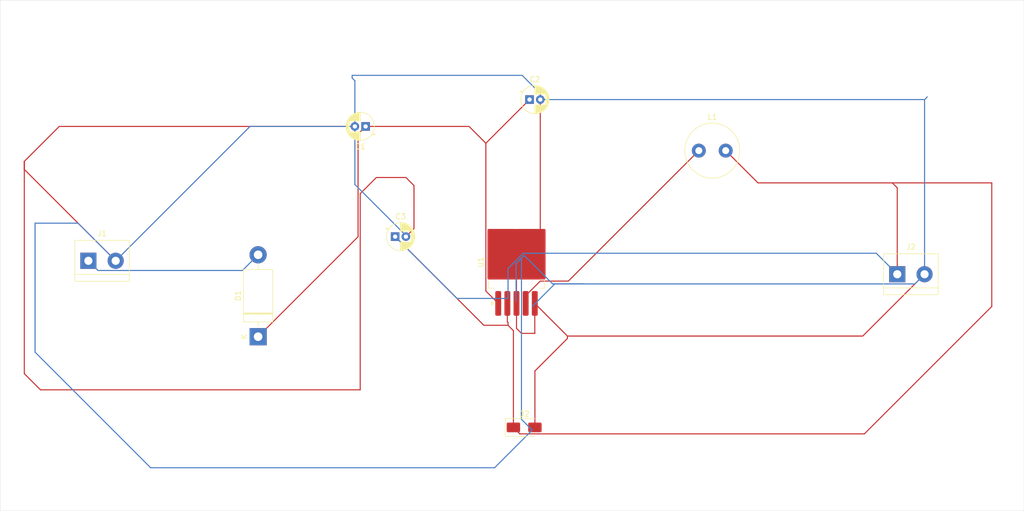
<source format=kicad_pcb>
(kicad_pcb (version 20241229) (generator "pcbnew") (generator_version "9.0")
  (layers (0 "F.Cu" signal) (2 "B.Cu" signal) (13 "F.Paste" user) (15 "B.Paste" user) (5 "F.SilkS" user "F.Silkscreen") (7 "B.SilkS" user "B.Silkscreen") (1 "F.Mask" user) (3 "B.Mask" user) (25 "Edge.Cuts" user))
  (net 0 "")
  (net 1 "GND")
  (net 2 "Net-(D1-K)")
  (net 3 "Net-(D2-K)")
  (net 4 "VDC")
  (net 5 "Net-(U1-FB)")
  (footprint "TerminalBlock:TerminalBlock_bornier-2_P5.08mm" (layer "F.Cu") (at 81.42 95)
    (property "Reference" "J1" (at 2.54 -5.08 0) (layer "F.SilkS"))
    (property "Value" "Screw_Terminal_01x02")
    (fp_line (start -2.54 -3.81) (end -2.54 3.81) (stroke (width 0.12)) (layer "F.SilkS"))
    (fp_line (start -2.54 3.81) (end 7.62 3.81) (stroke (width 0.12)) (layer "F.SilkS"))
    (fp_line (start 7.62 -3.81) (end -2.54 -3.81) (stroke (width 0.12)) (layer "F.SilkS"))
    (fp_line (start 7.62 2.54) (end -2.54 2.54) (stroke (width 0.12)) (layer "F.SilkS"))
    (fp_line (start 7.62 3.81) (end 7.62 -3.81) (stroke (width 0.12)) (layer "F.SilkS"))
    (pad "1" thru_hole rect (at 0 0) (size 3 3) (drill 1.52) (layers "*.Cu" "*.Mask") (net 4 "VDC"))
    (pad "2" thru_hole circle (at 5.08 0) (size 3 3) (drill 1.52) (layers "*.Cu" "*.Mask") (net 1 "GND"))
  )
  (footprint "Capacitor_THT:CP_Radial_D5.0mm_P2.00mm" (layer "F.Cu") (at 163.5 65)
    (property "Reference" "C2" (at 1 -3.75 0) (layer "F.SilkS"))
    (property "Value" "C")
    (fp_line (start -1.804775 -1.475) (end -1.304775 -1.475) (stroke (width 0.12)) (layer "F.SilkS"))
    (fp_line (start -1.554775 -1.725) (end -1.554775 -1.225) (stroke (width 0.12)) (layer "F.SilkS"))
    (fp_line (start 1 -2.58) (end 1 -1.04) (stroke (width 0.12)) (layer "F.SilkS"))
    (fp_line (start 1 1.04) (end 1 2.58) (stroke (width 0.12)) (layer "F.SilkS"))
    (fp_line (start 1.04 -2.58) (end 1.04 -1.04) (stroke (width 0.12)) (layer "F.SilkS"))
    (fp_line (start 1.04 1.04) (end 1.04 2.58) (stroke (width 0.12)) (layer "F.SilkS"))
    (fp_line (start 1.08 -2.579) (end 1.08 -1.04) (stroke (width 0.12)) (layer "F.SilkS"))
    (fp_line (start 1.08 1.04) (end 1.08 2.579) (stroke (width 0.12)) (layer "F.SilkS"))
    (fp_line (start 1.12 -2.578) (end 1.12 -1.04) (stroke (width 0.12)) (layer "F.SilkS"))
    (fp_line (start 1.12 1.04) (end 1.12 2.578) (stroke (width 0.12)) (layer "F.SilkS"))
    (fp_line (start 1.16 -2.576) (end 1.16 -1.04) (stroke (width 0.12)) (layer "F.SilkS"))
    (fp_line (start 1.16 1.04) (end 1.16 2.576) (stroke (width 0.12)) (layer "F.SilkS"))
    (fp_line (start 1.2 -2.573) (end 1.2 -1.04) (stroke (width 0.12)) (layer "F.SilkS"))
    (fp_line (start 1.2 1.04) (end 1.2 2.573) (stroke (width 0.12)) (layer "F.SilkS"))
    (fp_line (start 1.24 -2.569) (end 1.24 -1.04) (stroke (width 0.12)) (layer "F.SilkS"))
    (fp_line (start 1.24 1.04) (end 1.24 2.569) (stroke (width 0.12)) (layer "F.SilkS"))
    (fp_line (start 1.28 -2.565) (end 1.28 -1.04) (stroke (width 0.12)) (layer "F.SilkS"))
    (fp_line (start 1.28 1.04) (end 1.28 2.565) (stroke (width 0.12)) (layer "F.SilkS"))
    (fp_line (start 1.32 -2.561) (end 1.32 -1.04) (stroke (width 0.12)) (layer "F.SilkS"))
    (fp_line (start 1.32 1.04) (end 1.32 2.561) (stroke (width 0.12)) (layer "F.SilkS"))
    (fp_line (start 1.36 -2.556) (end 1.36 -1.04) (stroke (width 0.12)) (layer "F.SilkS"))
    (fp_line (start 1.36 1.04) (end 1.36 2.556) (stroke (width 0.12)) (layer "F.SilkS"))
    (fp_line (start 1.4 -2.55) (end 1.4 -1.04) (stroke (width 0.12)) (layer "F.SilkS"))
    (fp_line (start 1.4 1.04) (end 1.4 2.55) (stroke (width 0.12)) (layer "F.SilkS"))
    (fp_line (start 1.44 -2.543) (end 1.44 -1.04) (stroke (width 0.12)) (layer "F.SilkS"))
    (fp_line (start 1.44 1.04) (end 1.44 2.543) (stroke (width 0.12)) (layer "F.SilkS"))
    (fp_line (start 1.48 -2.536) (end 1.48 -1.04) (stroke (width 0.12)) (layer "F.SilkS"))
    (fp_line (start 1.48 1.04) (end 1.48 2.536) (stroke (width 0.12)) (layer "F.SilkS"))
    (fp_line (start 1.52 -2.528) (end 1.52 -1.04) (stroke (width 0.12)) (layer "F.SilkS"))
    (fp_line (start 1.52 1.04) (end 1.52 2.528) (stroke (width 0.12)) (layer "F.SilkS"))
    (fp_line (start 1.56 -2.52) (end 1.56 -1.04) (stroke (width 0.12)) (layer "F.SilkS"))
    (fp_line (start 1.56 1.04) (end 1.56 2.52) (stroke (width 0.12)) (layer "F.SilkS"))
    (fp_line (start 1.6 -2.511) (end 1.6 -1.04) (stroke (width 0.12)) (layer "F.SilkS"))
    (fp_line (start 1.6 1.04) (end 1.6 2.511) (stroke (width 0.12)) (layer "F.SilkS"))
    (fp_line (start 1.64 -2.501) (end 1.64 -1.04) (stroke (width 0.12)) (layer "F.SilkS"))
    (fp_line (start 1.64 1.04) (end 1.64 2.501) (stroke (width 0.12)) (layer "F.SilkS"))
    (fp_line (start 1.68 -2.491) (end 1.68 -1.04) (stroke (width 0.12)) (layer "F.SilkS"))
    (fp_line (start 1.68 1.04) (end 1.68 2.491) (stroke (width 0.12)) (layer "F.SilkS"))
    (fp_line (start 1.721 -2.48) (end 1.721 -1.04) (stroke (width 0.12)) (layer "F.SilkS"))
    (fp_line (start 1.721 1.04) (end 1.721 2.48) (stroke (width 0.12)) (layer "F.SilkS"))
    (fp_line (start 1.761 -2.468) (end 1.761 -1.04) (stroke (width 0.12)) (layer "F.SilkS"))
    (fp_line (start 1.761 1.04) (end 1.761 2.468) (stroke (width 0.12)) (layer "F.SilkS"))
    (fp_line (start 1.801 -2.455) (end 1.801 -1.04) (stroke (width 0.12)) (layer "F.SilkS"))
    (fp_line (start 1.801 1.04) (end 1.801 2.455) (stroke (width 0.12)) (layer "F.SilkS"))
    (fp_line (start 1.841 -2.442) (end 1.841 -1.04) (stroke (width 0.12)) (layer "F.SilkS"))
    (fp_line (start 1.841 1.04) (end 1.841 2.442) (stroke (width 0.12)) (layer "F.SilkS"))
    (fp_line (start 1.881 -2.428) (end 1.881 -1.04) (stroke (width 0.12)) (layer "F.SilkS"))
    (fp_line (start 1.881 1.04) (end 1.881 2.428) (stroke (width 0.12)) (layer "F.SilkS"))
    (fp_line (start 1.921 -2.414) (end 1.921 -1.04) (stroke (width 0.12)) (layer "F.SilkS"))
    (fp_line (start 1.921 1.04) (end 1.921 2.414) (stroke (width 0.12)) (layer "F.SilkS"))
    (fp_line (start 1.961 -2.398) (end 1.961 -1.04) (stroke (width 0.12)) (layer "F.SilkS"))
    (fp_line (start 1.961 1.04) (end 1.961 2.398) (stroke (width 0.12)) (layer "F.SilkS"))
    (fp_line (start 2.001 -2.382) (end 2.001 -1.04) (stroke (width 0.12)) (layer "F.SilkS"))
    (fp_line (start 2.001 1.04) (end 2.001 2.382) (stroke (width 0.12)) (layer "F.SilkS"))
    (fp_line (start 2.041 -2.365) (end 2.041 -1.04) (stroke (width 0.12)) (layer "F.SilkS"))
    (fp_line (start 2.041 1.04) (end 2.041 2.365) (stroke (width 0.12)) (layer "F.SilkS"))
    (fp_line (start 2.081 -2.348) (end 2.081 -1.04) (stroke (width 0.12)) (layer "F.SilkS"))
    (fp_line (start 2.081 1.04) (end 2.081 2.348) (stroke (width 0.12)) (layer "F.SilkS"))
    (fp_line (start 2.121 -2.329) (end 2.121 -1.04) (stroke (width 0.12)) (layer "F.SilkS"))
    (fp_line (start 2.121 1.04) (end 2.121 2.329) (stroke (width 0.12)) (layer "F.SilkS"))
    (fp_line (start 2.161 -2.31) (end 2.161 -1.04) (stroke (width 0.12)) (layer "F.SilkS"))
    (fp_line (start 2.161 1.04) (end 2.161 2.31) (stroke (width 0.12)) (layer "F.SilkS"))
    (fp_line (start 2.201 -2.29) (end 2.201 -1.04) (stroke (width 0.12)) (layer "F.SilkS"))
    (fp_line (start 2.201 1.04) (end 2.201 2.29) (stroke (width 0.12)) (layer "F.SilkS"))
    (fp_line (start 2.241 -2.268) (end 2.241 -1.04) (stroke (width 0.12)) (layer "F.SilkS"))
    (fp_line (start 2.241 1.04) (end 2.241 2.268) (stroke (width 0.12)) (layer "F.SilkS"))
    (fp_line (start 2.281 -2.247) (end 2.281 -1.04) (stroke (width 0.12)) (layer "F.SilkS"))
    (fp_line (start 2.281 1.04) (end 2.281 2.247) (stroke (width 0.12)) (layer "F.SilkS"))
    (fp_line (start 2.321 -2.224) (end 2.321 -1.04) (stroke (width 0.12)) (layer "F.SilkS"))
    (fp_line (start 2.321 1.04) (end 2.321 2.224) (stroke (width 0.12)) (layer "F.SilkS"))
    (fp_line (start 2.361 -2.2) (end 2.361 -1.04) (stroke (width 0.12)) (layer "F.SilkS"))
    (fp_line (start 2.361 1.04) (end 2.361 2.2) (stroke (width 0.12)) (layer "F.SilkS"))
    (fp_line (start 2.401 -2.175) (end 2.401 -1.04) (stroke (width 0.12)) (layer "F.SilkS"))
    (fp_line (start 2.401 1.04) (end 2.401 2.175) (stroke (width 0.12)) (layer "F.SilkS"))
    (fp_line (start 2.441 -2.149) (end 2.441 -1.04) (stroke (width 0.12)) (layer "F.SilkS"))
    (fp_line (start 2.441 1.04) (end 2.441 2.149) (stroke (width 0.12)) (layer "F.SilkS"))
    (fp_line (start 2.481 -2.122) (end 2.481 -1.04) (stroke (width 0.12)) (layer "F.SilkS"))
    (fp_line (start 2.481 1.04) (end 2.481 2.122) (stroke (width 0.12)) (layer "F.SilkS"))
    (fp_line (start 2.521 -2.095) (end 2.521 -1.04) (stroke (width 0.12)) (layer "F.SilkS"))
    (fp_line (start 2.521 1.04) (end 2.521 2.095) (stroke (width 0.12)) (layer "F.SilkS"))
    (fp_line (start 2.561 -2.065) (end 2.561 -1.04) (stroke (width 0.12)) (layer "F.SilkS"))
    (fp_line (start 2.561 1.04) (end 2.561 2.065) (stroke (width 0.12)) (layer "F.SilkS"))
    (fp_line (start 2.601 -2.035) (end 2.601 -1.04) (stroke (width 0.12)) (layer "F.SilkS"))
    (fp_line (start 2.601 1.04) (end 2.601 2.035) (stroke (width 0.12)) (layer "F.SilkS"))
    (fp_line (start 2.641 -2.004) (end 2.641 -1.04) (stroke (width 0.12)) (layer "F.SilkS"))
    (fp_line (start 2.641 1.04) (end 2.641 2.004) (stroke (width 0.12)) (layer "F.SilkS"))
    (fp_line (start 2.681 -1.971) (end 2.681 -1.04) (stroke (width 0.12)) (layer "F.SilkS"))
    (fp_line (start 2.681 1.04) (end 2.681 1.971) (stroke (width 0.12)) (layer "F.SilkS"))
    (fp_line (start 2.721 -1.937) (end 2.721 -1.04) (stroke (width 0.12)) (layer "F.SilkS"))
    (fp_line (start 2.721 1.04) (end 2.721 1.937) (stroke (width 0.12)) (layer "F.SilkS"))
    (fp_line (start 2.761 -1.901) (end 2.761 -1.04) (stroke (width 0.12)) (layer "F.SilkS"))
    (fp_line (start 2.761 1.04) (end 2.761 1.901) (stroke (width 0.12)) (layer "F.SilkS"))
    (fp_line (start 2.801 -1.864) (end 2.801 -1.04) (stroke (width 0.12)) (layer "F.SilkS"))
    (fp_line (start 2.801 1.04) (end 2.801 1.864) (stroke (width 0.12)) (layer "F.SilkS"))
    (fp_line (start 2.841 -1.826) (end 2.841 -1.04) (stroke (width 0.12)) (layer "F.SilkS"))
    (fp_line (start 2.841 1.04) (end 2.841 1.826) (stroke (width 0.12)) (layer "F.SilkS"))
    (fp_line (start 2.881 -1.785) (end 2.881 -1.04) (stroke (width 0.12)) (layer "F.SilkS"))
    (fp_line (start 2.881 1.04) (end 2.881 1.785) (stroke (width 0.12)) (layer "F.SilkS"))
    (fp_line (start 2.921 -1.743) (end 2.921 -1.04) (stroke (width 0.12)) (layer "F.SilkS"))
    (fp_line (start 2.921 1.04) (end 2.921 1.743) (stroke (width 0.12)) (layer "F.SilkS"))
    (fp_line (start 2.961 -1.699) (end 2.961 -1.04) (stroke (width 0.12)) (layer "F.SilkS"))
    (fp_line (start 2.961 1.04) (end 2.961 1.699) (stroke (width 0.12)) (layer "F.SilkS"))
    (fp_line (start 3.001 -1.653) (end 3.001 -1.04) (stroke (width 0.12)) (layer "F.SilkS"))
    (fp_line (start 3.001 1.04) (end 3.001 1.653) (stroke (width 0.12)) (layer "F.SilkS"))
    (fp_line (start 3.041 -1.605) (end 3.041 1.605) (stroke (width 0.12)) (layer "F.SilkS"))
    (fp_line (start 3.081 -1.554) (end 3.081 1.554) (stroke (width 0.12)) (layer "F.SilkS"))
    (fp_line (start 3.121 -1.5) (end 3.121 1.5) (stroke (width 0.12)) (layer "F.SilkS"))
    (fp_line (start 3.161 -1.443) (end 3.161 1.443) (stroke (width 0.12)) (layer "F.SilkS"))
    (fp_line (start 3.201 -1.383) (end 3.201 1.383) (stroke (width 0.12)) (layer "F.SilkS"))
    (fp_line (start 3.241 -1.319) (end 3.241 1.319) (stroke (width 0.12)) (layer "F.SilkS"))
    (fp_line (start 3.281 -1.251) (end 3.281 1.251) (stroke (width 0.12)) (layer "F.SilkS"))
    (fp_line (start 3.321 -1.178) (end 3.321 1.178) (stroke (width 0.12)) (layer "F.SilkS"))
    (fp_line (start 3.361 -1.098) (end 3.361 1.098) (stroke (width 0.12)) (layer "F.SilkS"))
    (fp_line (start 3.401 -1.011) (end 3.401 1.011) (stroke (width 0.12)) (layer "F.SilkS"))
    (fp_line (start 3.441 -0.915) (end 3.441 0.915) (stroke (width 0.12)) (layer "F.SilkS"))
    (fp_line (start 3.481 -0.805) (end 3.481 0.805) (stroke (width 0.12)) (layer "F.SilkS"))
    (fp_line (start 3.521 -0.677) (end 3.521 0.677) (stroke (width 0.12)) (layer "F.SilkS"))
    (fp_line (start 3.561 -0.518) (end 3.561 0.518) (stroke (width 0.12)) (layer "F.SilkS"))
    (fp_line (start 3.601 -0.284) (end 3.601 0.284) (stroke (width 0.12)) (layer "F.SilkS"))
    (fp_circle (center 1 0) (end 3.62 0) (stroke (width 0.12)) (fill no) (layer "F.SilkS"))
    (pad "1" thru_hole rect (at 0 0) (size 1.6 1.6) (drill 0.8) (layers "*.Cu" "*.Mask") (net 2 "Net-(D1-K)"))
    (pad "2" thru_hole circle (at 2 0) (size 1.6 1.6) (drill 0.8) (layers "*.Cu" "*.Mask") (net 1 "GND"))
  )
  (footprint "Inductor_THT:L_Radial_D10.0mm_P5.00mm_Fastron_07M" (layer "F.Cu") (at 195 74.5)
    (property "Reference" "L1" (at 2.5 -6.25 0) (layer "F.SilkS"))
    (property "Value" "L")
    (fp_circle (center 2.5 0) (end 7.62 0) (stroke (width 0.12)) (fill no) (layer "F.SilkS"))
    (pad "1" thru_hole circle (at 0 0) (size 2.6 2.6) (drill 1.3) (layers "*.Cu" "*.Mask") (net 5 "Net-(U1-FB)"))
    (pad "2" thru_hole circle (at 5 0) (size 2.6 2.6) (drill 1.3) (layers "*.Cu" "*.Mask") (net 3 "Net-(D2-K)"))
  )
  (footprint "Diode_THT:D_DO-201AD_P15.24mm_Horizontal" (layer "F.Cu") (at 113 109.12 90)
    (property "Reference" "D1" (at 7.62 -3.72 90) (layer "F.SilkS"))
    (property "Value" "D")
    (fp_line (start 12.49 -2.72) (end 2.75 -2.72) (stroke (width 0.12)) (layer "F.SilkS"))
    (fp_line (start 4.415 -2.72) (end 4.415 2.72) (stroke (width 0.12)) (layer "F.SilkS"))
    (fp_line (start 4.295 -2.72) (end 4.295 2.72) (stroke (width 0.12)) (layer "F.SilkS"))
    (fp_line (start 4.175 -2.72) (end 4.175 2.72) (stroke (width 0.12)) (layer "F.SilkS"))
    (fp_line (start 2.75 -2.72) (end 2.75 2.72) (stroke (width 0.12)) (layer "F.SilkS"))
    (fp_line (start 13.4 0) (end 12.49 0) (stroke (width 0.12)) (layer "F.SilkS"))
    (fp_line (start 1.84 0) (end 2.75 0) (stroke (width 0.12)) (layer "F.SilkS"))
    (fp_line (start 12.49 2.72) (end 12.49 -2.72) (stroke (width 0.12)) (layer "F.SilkS"))
    (fp_line (start 2.75 2.72) (end 12.49 2.72) (stroke (width 0.12)) (layer "F.SilkS"))
    (fp_text user "K" (at 0 -2.6 90) (layer "F.SilkS"))
    (pad "1" thru_hole rect (at 0 0 90) (size 3.2 3.2) (drill 1.6) (layers "*.Cu" "*.Mask") (net 2 "Net-(D1-K)"))
    (pad "2" thru_hole oval (at 15.24 0 90) (size 3.2 3.2) (drill 1.6) (layers "*.Cu" "*.Mask") (net 4 "VDC"))
  )
  (footprint "Capacitor_THT:CP_Radial_D5.0mm_P2.00mm" (layer "F.Cu") (at 133 70 180)
    (property "Reference" "C1" (at 1 -3.75 0) (layer "F.SilkS"))
    (property "Value" "C")
    (fp_line (start 3.601 -0.284) (end 3.601 0.284) (stroke (width 0.12)) (layer "F.SilkS"))
    (fp_line (start 3.561 -0.518) (end 3.561 0.518) (stroke (width 0.12)) (layer "F.SilkS"))
    (fp_line (start 3.521 -0.677) (end 3.521 0.677) (stroke (width 0.12)) (layer "F.SilkS"))
    (fp_line (start 3.481 -0.805) (end 3.481 0.805) (stroke (width 0.12)) (layer "F.SilkS"))
    (fp_line (start 3.441 -0.915) (end 3.441 0.915) (stroke (width 0.12)) (layer "F.SilkS"))
    (fp_line (start 3.401 -1.011) (end 3.401 1.011) (stroke (width 0.12)) (layer "F.SilkS"))
    (fp_line (start 3.361 -1.098) (end 3.361 1.098) (stroke (width 0.12)) (layer "F.SilkS"))
    (fp_line (start 3.321 -1.178) (end 3.321 1.178) (stroke (width 0.12)) (layer "F.SilkS"))
    (fp_line (start 3.281 -1.251) (end 3.281 1.251) (stroke (width 0.12)) (layer "F.SilkS"))
    (fp_line (start 3.241 -1.319) (end 3.241 1.319) (stroke (width 0.12)) (layer "F.SilkS"))
    (fp_line (start 3.201 -1.383) (end 3.201 1.383) (stroke (width 0.12)) (layer "F.SilkS"))
    (fp_line (start 3.161 -1.443) (end 3.161 1.443) (stroke (width 0.12)) (layer "F.SilkS"))
    (fp_line (start 3.121 -1.5) (end 3.121 1.5) (stroke (width 0.12)) (layer "F.SilkS"))
    (fp_line (start 3.081 -1.554) (end 3.081 1.554) (stroke (width 0.12)) (layer "F.SilkS"))
    (fp_line (start 3.041 -1.605) (end 3.041 1.605) (stroke (width 0.12)) (layer "F.SilkS"))
    (fp_line (start 3.001 1.04) (end 3.001 1.653) (stroke (width 0.12)) (layer "F.SilkS"))
    (fp_line (start 3.001 -1.653) (end 3.001 -1.04) (stroke (width 0.12)) (layer "F.SilkS"))
    (fp_line (start 2.961 1.04) (end 2.961 1.699) (stroke (width 0.12)) (layer "F.SilkS"))
    (fp_line (start 2.961 -1.699) (end 2.961 -1.04) (stroke (width 0.12)) (layer "F.SilkS"))
    (fp_line (start 2.921 1.04) (end 2.921 1.743) (stroke (width 0.12)) (layer "F.SilkS"))
    (fp_line (start 2.921 -1.743) (end 2.921 -1.04) (stroke (width 0.12)) (layer "F.SilkS"))
    (fp_line (start 2.881 1.04) (end 2.881 1.785) (stroke (width 0.12)) (layer "F.SilkS"))
    (fp_line (start 2.881 -1.785) (end 2.881 -1.04) (stroke (width 0.12)) (layer "F.SilkS"))
    (fp_line (start 2.841 1.04) (end 2.841 1.826) (stroke (width 0.12)) (layer "F.SilkS"))
    (fp_line (start 2.841 -1.826) (end 2.841 -1.04) (stroke (width 0.12)) (layer "F.SilkS"))
    (fp_line (start 2.801 1.04) (end 2.801 1.864) (stroke (width 0.12)) (layer "F.SilkS"))
    (fp_line (start 2.801 -1.864) (end 2.801 -1.04) (stroke (width 0.12)) (layer "F.SilkS"))
    (fp_line (start 2.761 1.04) (end 2.761 1.901) (stroke (width 0.12)) (layer "F.SilkS"))
    (fp_line (start 2.761 -1.901) (end 2.761 -1.04) (stroke (width 0.12)) (layer "F.SilkS"))
    (fp_line (start 2.721 1.04) (end 2.721 1.937) (stroke (width 0.12)) (layer "F.SilkS"))
    (fp_line (start 2.721 -1.937) (end 2.721 -1.04) (stroke (width 0.12)) (layer "F.SilkS"))
    (fp_line (start 2.681 1.04) (end 2.681 1.971) (stroke (width 0.12)) (layer "F.SilkS"))
    (fp_line (start 2.681 -1.971) (end 2.681 -1.04) (stroke (width 0.12)) (layer "F.SilkS"))
    (fp_line (start 2.641 1.04) (end 2.641 2.004) (stroke (width 0.12)) (layer "F.SilkS"))
    (fp_line (start 2.641 -2.004) (end 2.641 -1.04) (stroke (width 0.12)) (layer "F.SilkS"))
    (fp_line (start 2.601 1.04) (end 2.601 2.035) (stroke (width 0.12)) (layer "F.SilkS"))
    (fp_line (start 2.601 -2.035) (end 2.601 -1.04) (stroke (width 0.12)) (layer "F.SilkS"))
    (fp_line (start 2.561 1.04) (end 2.561 2.065) (stroke (width 0.12)) (layer "F.SilkS"))
    (fp_line (start 2.561 -2.065) (end 2.561 -1.04) (stroke (width 0.12)) (layer "F.SilkS"))
    (fp_line (start 2.521 1.04) (end 2.521 2.095) (stroke (width 0.12)) (layer "F.SilkS"))
    (fp_line (start 2.521 -2.095) (end 2.521 -1.04) (stroke (width 0.12)) (layer "F.SilkS"))
    (fp_line (start 2.481 1.04) (end 2.481 2.122) (stroke (width 0.12)) (layer "F.SilkS"))
    (fp_line (start 2.481 -2.122) (end 2.481 -1.04) (stroke (width 0.12)) (layer "F.SilkS"))
    (fp_line (start 2.441 1.04) (end 2.441 2.149) (stroke (width 0.12)) (layer "F.SilkS"))
    (fp_line (start 2.441 -2.149) (end 2.441 -1.04) (stroke (width 0.12)) (layer "F.SilkS"))
    (fp_line (start 2.401 1.04) (end 2.401 2.175) (stroke (width 0.12)) (layer "F.SilkS"))
    (fp_line (start 2.401 -2.175) (end 2.401 -1.04) (stroke (width 0.12)) (layer "F.SilkS"))
    (fp_line (start 2.361 1.04) (end 2.361 2.2) (stroke (width 0.12)) (layer "F.SilkS"))
    (fp_line (start 2.361 -2.2) (end 2.361 -1.04) (stroke (width 0.12)) (layer "F.SilkS"))
    (fp_line (start 2.321 1.04) (end 2.321 2.224) (stroke (width 0.12)) (layer "F.SilkS"))
    (fp_line (start 2.321 -2.224) (end 2.321 -1.04) (stroke (width 0.12)) (layer "F.SilkS"))
    (fp_line (start 2.281 1.04) (end 2.281 2.247) (stroke (width 0.12)) (layer "F.SilkS"))
    (fp_line (start 2.281 -2.247) (end 2.281 -1.04) (stroke (width 0.12)) (layer "F.SilkS"))
    (fp_line (start 2.241 1.04) (end 2.241 2.268) (stroke (width 0.12)) (layer "F.SilkS"))
    (fp_line (start 2.241 -2.268) (end 2.241 -1.04) (stroke (width 0.12)) (layer "F.SilkS"))
    (fp_line (start 2.201 1.04) (end 2.201 2.29) (stroke (width 0.12)) (layer "F.SilkS"))
    (fp_line (start 2.201 -2.29) (end 2.201 -1.04) (stroke (width 0.12)) (layer "F.SilkS"))
    (fp_line (start 2.161 1.04) (end 2.161 2.31) (stroke (width 0.12)) (layer "F.SilkS"))
    (fp_line (start 2.161 -2.31) (end 2.161 -1.04) (stroke (width 0.12)) (layer "F.SilkS"))
    (fp_line (start 2.121 1.04) (end 2.121 2.329) (stroke (width 0.12)) (layer "F.SilkS"))
    (fp_line (start 2.121 -2.329) (end 2.121 -1.04) (stroke (width 0.12)) (layer "F.SilkS"))
    (fp_line (start 2.081 1.04) (end 2.081 2.348) (stroke (width 0.12)) (layer "F.SilkS"))
    (fp_line (start 2.081 -2.348) (end 2.081 -1.04) (stroke (width 0.12)) (layer "F.SilkS"))
    (fp_line (start 2.041 1.04) (end 2.041 2.365) (stroke (width 0.12)) (layer "F.SilkS"))
    (fp_line (start 2.041 -2.365) (end 2.041 -1.04) (stroke (width 0.12)) (layer "F.SilkS"))
    (fp_line (start 2.001 1.04) (end 2.001 2.382) (stroke (width 0.12)) (layer "F.SilkS"))
    (fp_line (start 2.001 -2.382) (end 2.001 -1.04) (stroke (width 0.12)) (layer "F.SilkS"))
    (fp_line (start 1.961 1.04) (end 1.961 2.398) (stroke (width 0.12)) (layer "F.SilkS"))
    (fp_line (start 1.961 -2.398) (end 1.961 -1.04) (stroke (width 0.12)) (layer "F.SilkS"))
    (fp_line (start 1.921 1.04) (end 1.921 2.414) (stroke (width 0.12)) (layer "F.SilkS"))
    (fp_line (start 1.921 -2.414) (end 1.921 -1.04) (stroke (width 0.12)) (layer "F.SilkS"))
    (fp_line (start 1.881 1.04) (end 1.881 2.428) (stroke (width 0.12)) (layer "F.SilkS"))
    (fp_line (start 1.881 -2.428) (end 1.881 -1.04) (stroke (width 0.12)) (layer "F.SilkS"))
    (fp_line (start 1.841 1.04) (end 1.841 2.442) (stroke (width 0.12)) (layer "F.SilkS"))
    (fp_line (start 1.841 -2.442) (end 1.841 -1.04) (stroke (width 0.12)) (layer "F.SilkS"))
    (fp_line (start 1.801 1.04) (end 1.801 2.455) (stroke (width 0.12)) (layer "F.SilkS"))
    (fp_line (start 1.801 -2.455) (end 1.801 -1.04) (stroke (width 0.12)) (layer "F.SilkS"))
    (fp_line (start 1.761 1.04) (end 1.761 2.468) (stroke (width 0.12)) (layer "F.SilkS"))
    (fp_line (start 1.761 -2.468) (end 1.761 -1.04) (stroke (width 0.12)) (layer "F.SilkS"))
    (fp_line (start 1.721 1.04) (end 1.721 2.48) (stroke (width 0.12)) (layer "F.SilkS"))
    (fp_line (start 1.721 -2.48) (end 1.721 -1.04) (stroke (width 0.12)) (layer "F.SilkS"))
    (fp_line (start 1.68 1.04) (end 1.68 2.491) (stroke (width 0.12)) (layer "F.SilkS"))
    (fp_line (start 1.68 -2.491) (end 1.68 -1.04) (stroke (width 0.12)) (layer "F.SilkS"))
    (fp_line (start 1.64 1.04) (end 1.64 2.501) (stroke (width 0.12)) (layer "F.SilkS"))
    (fp_line (start 1.64 -2.501) (end 1.64 -1.04) (stroke (width 0.12)) (layer "F.SilkS"))
    (fp_line (start 1.6 1.04) (end 1.6 2.511) (stroke (width 0.12)) (layer "F.SilkS"))
    (fp_line (start 1.6 -2.511) (end 1.6 -1.04) (stroke (width 0.12)) (layer "F.SilkS"))
    (fp_line (start 1.56 1.04) (end 1.56 2.52) (stroke (width 0.12)) (layer "F.SilkS"))
    (fp_line (start 1.56 -2.52) (end 1.56 -1.04) (stroke (width 0.12)) (layer "F.SilkS"))
    (fp_line (start 1.52 1.04) (end 1.52 2.528) (stroke (width 0.12)) (layer "F.SilkS"))
    (fp_line (start 1.52 -2.528) (end 1.52 -1.04) (stroke (width 0.12)) (layer "F.SilkS"))
    (fp_line (start 1.48 1.04) (end 1.48 2.536) (stroke (width 0.12)) (layer "F.SilkS"))
    (fp_line (start 1.48 -2.536) (end 1.48 -1.04) (stroke (width 0.12)) (layer "F.SilkS"))
    (fp_line (start 1.44 1.04) (end 1.44 2.543) (stroke (width 0.12)) (layer "F.SilkS"))
    (fp_line (start 1.44 -2.543) (end 1.44 -1.04) (stroke (width 0.12)) (layer "F.SilkS"))
    (fp_line (start 1.4 1.04) (end 1.4 2.55) (stroke (width 0.12)) (layer "F.SilkS"))
    (fp_line (start 1.4 -2.55) (end 1.4 -1.04) (stroke (width 0.12)) (layer "F.SilkS"))
    (fp_line (start 1.36 1.04) (end 1.36 2.556) (stroke (width 0.12)) (layer "F.SilkS"))
    (fp_line (start 1.36 -2.556) (end 1.36 -1.04) (stroke (width 0.12)) (layer "F.SilkS"))
    (fp_line (start 1.32 1.04) (end 1.32 2.561) (stroke (width 0.12)) (layer "F.SilkS"))
    (fp_line (start 1.32 -2.561) (end 1.32 -1.04) (stroke (width 0.12)) (layer "F.SilkS"))
    (fp_line (start 1.28 1.04) (end 1.28 2.565) (stroke (width 0.12)) (layer "F.SilkS"))
    (fp_line (start 1.28 -2.565) (end 1.28 -1.04) (stroke (width 0.12)) (layer "F.SilkS"))
    (fp_line (start 1.24 1.04) (end 1.24 2.569) (stroke (width 0.12)) (layer "F.SilkS"))
    (fp_line (start 1.24 -2.569) (end 1.24 -1.04) (stroke (width 0.12)) (layer "F.SilkS"))
    (fp_line (start 1.2 1.04) (end 1.2 2.573) (stroke (width 0.12)) (layer "F.SilkS"))
    (fp_line (start 1.2 -2.573) (end 1.2 -1.04) (stroke (width 0.12)) (layer "F.SilkS"))
    (fp_line (start 1.16 1.04) (end 1.16 2.576) (stroke (width 0.12)) (layer "F.SilkS"))
    (fp_line (start 1.16 -2.576) (end 1.16 -1.04) (stroke (width 0.12)) (layer "F.SilkS"))
    (fp_line (start 1.12 1.04) (end 1.12 2.578) (stroke (width 0.12)) (layer "F.SilkS"))
    (fp_line (start 1.12 -2.578) (end 1.12 -1.04) (stroke (width 0.12)) (layer "F.SilkS"))
    (fp_line (start 1.08 1.04) (end 1.08 2.579) (stroke (width 0.12)) (layer "F.SilkS"))
    (fp_line (start 1.08 -2.579) (end 1.08 -1.04) (stroke (width 0.12)) (layer "F.SilkS"))
    (fp_line (start 1.04 1.04) (end 1.04 2.58) (stroke (width 0.12)) (layer "F.SilkS"))
    (fp_line (start 1.04 -2.58) (end 1.04 -1.04) (stroke (width 0.12)) (layer "F.SilkS"))
    (fp_line (start 1 1.04) (end 1 2.58) (stroke (width 0.12)) (layer "F.SilkS"))
    (fp_line (start 1 -2.58) (end 1 -1.04) (stroke (width 0.12)) (layer "F.SilkS"))
    (fp_line (start -1.554775 -1.725) (end -1.554775 -1.225) (stroke (width 0.12)) (layer "F.SilkS"))
    (fp_line (start -1.804775 -1.475) (end -1.304775 -1.475) (stroke (width 0.12)) (layer "F.SilkS"))
    (fp_circle (center 1 0) (end 3.62 0) (stroke (width 0.12)) (fill no) (layer "F.SilkS"))
    (pad "1" thru_hole rect (at 0 0 180) (size 1.6 1.6) (drill 0.8) (layers "*.Cu" "*.Mask") (net 2 "Net-(D1-K)"))
    (pad "2" thru_hole circle (at 2 0 180) (size 1.6 1.6) (drill 0.8) (layers "*.Cu" "*.Mask") (net 1 "GND"))
  )
  (footprint "Package_TO_SOT_SMD:TO-263-5_TabPin3" (layer "F.Cu") (at 161.075 95.275 90)
    (property "Reference" "U1" (at 0 -6.65 90) (layer "F.SilkS"))
    (property "Value" "LM2596S-5")
    (fp_line (start -3.46 -5.2) (end -4.825 -5.2) (stroke (width 0.12)) (layer "F.SilkS"))
    (fp_line (start -4.825 -5.2) (end -4.825 -4.25) (stroke (width 0.12)) (layer "F.SilkS"))
    (fp_line (start -3.46 5.2) (end -4.825 5.2) (stroke (width 0.12)) (layer "F.SilkS"))
    (fp_line (start -4.825 5.2) (end -4.825 4.25) (stroke (width 0.12)) (layer "F.SilkS"))
    (fp_poly (pts (xy -7.65 -4.21) (xy -7.99 -4.68) (xy -7.31 -4.68) (xy -7.65 -4.21)) (stroke (width 0.12)) (fill yes) (layer "F.SilkS"))
    (pad "1" smd roundrect (at -7.65 -3.4 90) (size 4.6 1.1) (layers "F.Cu" "F.Mask" "F.Paste") (roundrect_rratio 0.227273) (net 2 "Net-(D1-K)"))
    (pad "2" smd roundrect (at -7.65 -1.7 90) (size 4.6 1.1) (layers "F.Cu" "F.Mask" "F.Paste") (roundrect_rratio 0.227273) (net 3 "Net-(D2-K)"))
    (pad "3" smd roundrect (at -7.65 0 90) (size 4.6 1.1) (layers "F.Cu" "F.Mask" "F.Paste") (roundrect_rratio 0.227273) (net 1 "GND"))
    (pad "3" smd roundrect (at -0.925 -2.775 90) (size 4.55 5.25) (layers "F.Cu" "F.Paste") (roundrect_rratio 0.054945) (net 1 "GND"))
    (pad "3" smd roundrect (at -0.925 2.775 90) (size 4.55 5.25) (layers "F.Cu" "F.Paste") (roundrect_rratio 0.054945) (net 1 "GND"))
    (pad "3" smd roundrect (at 1.5 0 90) (size 9.4 10.8) (layers "F.Cu" "F.Mask") (roundrect_rratio 0.026596) (net 1 "GND"))
    (pad "3" smd roundrect (at 3.925 -2.775 90) (size 4.55 5.25) (layers "F.Cu" "F.Paste") (roundrect_rratio 0.054945) (net 1 "GND"))
    (pad "3" smd roundrect (at 3.925 2.775 90) (size 4.55 5.25) (layers "F.Cu" "F.Paste") (roundrect_rratio 0.054945) (net 1 "GND"))
    (pad "4" smd roundrect (at -7.65 1.7 90) (size 4.6 1.1) (layers "F.Cu" "F.Mask" "F.Paste") (roundrect_rratio 0.227273) (net 5 "Net-(U1-FB)"))
    (pad "5" smd roundrect (at -7.65 3.4 90) (size 4.6 1.1) (layers "F.Cu" "F.Mask" "F.Paste") (roundrect_rratio 0.227273) (net 1 "GND"))
  )
  (footprint "Diode_SMD:D_SMA" (layer "F.Cu") (at 162.5 126)
    (property "Reference" "D2" (at 0 -2.5 0) (layer "F.SilkS"))
    (property "Value" "SS34")
    (fp_line (start -3.51 -1.65) (end -3.51 1.65) (stroke (width 0.12)) (layer "F.SilkS"))
    (fp_line (start -3.51 -1.65) (end 2 -1.65) (stroke (width 0.12)) (layer "F.SilkS"))
    (fp_line (start -3.51 1.65) (end 2 1.65) (stroke (width 0.12)) (layer "F.SilkS"))
    (pad "1" smd roundrect (at -2 0) (size 2.5 1.8) (layers "F.Cu" "F.Mask" "F.Paste") (roundrect_rratio 0.1388888889) (net 3 "Net-(D2-K)"))
    (pad "2" smd roundrect (at 2 0) (size 2.5 1.8) (layers "F.Cu" "F.Mask" "F.Paste") (roundrect_rratio 0.1388888889) (net 1 "GND"))
  )
  (footprint "TerminalBlock:TerminalBlock_bornier-2_P5.08mm" (layer "F.Cu") (at 231.92 97.5)
    (property "Reference" "J2" (at 2.54 -5.08 0) (layer "F.SilkS"))
    (property "Value" "Screw_Terminal_01x02")
    (fp_line (start -2.54 -3.81) (end -2.54 3.81) (stroke (width 0.12)) (layer "F.SilkS"))
    (fp_line (start -2.54 3.81) (end 7.62 3.81) (stroke (width 0.12)) (layer "F.SilkS"))
    (fp_line (start 7.62 -3.81) (end -2.54 -3.81) (stroke (width 0.12)) (layer "F.SilkS"))
    (fp_line (start 7.62 2.54) (end -2.54 2.54) (stroke (width 0.12)) (layer "F.SilkS"))
    (fp_line (start 7.62 3.81) (end 7.62 -3.81) (stroke (width 0.12)) (layer "F.SilkS"))
    (pad "1" thru_hole rect (at 0 0) (size 3 3) (drill 1.52) (layers "*.Cu" "*.Mask") (net 3 "Net-(D2-K)"))
    (pad "2" thru_hole circle (at 5.08 0) (size 3 3) (drill 1.52) (layers "*.Cu" "*.Mask") (net 1 "GND"))
  )
  (footprint "Capacitor_THT:CP_Radial_D5.0mm_P2.00mm" (layer "F.Cu") (at 138.5 90.5)
    (property "Reference" "C3" (at 1 -3.75 0) (layer "F.SilkS"))
    (property "Value" "C")
    (fp_line (start -1.804775 -1.475) (end -1.304775 -1.475) (stroke (width 0.12)) (layer "F.SilkS"))
    (fp_line (start -1.554775 -1.725) (end -1.554775 -1.225) (stroke (width 0.12)) (layer "F.SilkS"))
    (fp_line (start 1 -2.58) (end 1 -1.04) (stroke (width 0.12)) (layer "F.SilkS"))
    (fp_line (start 1 1.04) (end 1 2.58) (stroke (width 0.12)) (layer "F.SilkS"))
    (fp_line (start 1.04 -2.58) (end 1.04 -1.04) (stroke (width 0.12)) (layer "F.SilkS"))
    (fp_line (start 1.04 1.04) (end 1.04 2.58) (stroke (width 0.12)) (layer "F.SilkS"))
    (fp_line (start 1.08 -2.579) (end 1.08 -1.04) (stroke (width 0.12)) (layer "F.SilkS"))
    (fp_line (start 1.08 1.04) (end 1.08 2.579) (stroke (width 0.12)) (layer "F.SilkS"))
    (fp_line (start 1.12 -2.578) (end 1.12 -1.04) (stroke (width 0.12)) (layer "F.SilkS"))
    (fp_line (start 1.12 1.04) (end 1.12 2.578) (stroke (width 0.12)) (layer "F.SilkS"))
    (fp_line (start 1.16 -2.576) (end 1.16 -1.04) (stroke (width 0.12)) (layer "F.SilkS"))
    (fp_line (start 1.16 1.04) (end 1.16 2.576) (stroke (width 0.12)) (layer "F.SilkS"))
    (fp_line (start 1.2 -2.573) (end 1.2 -1.04) (stroke (width 0.12)) (layer "F.SilkS"))
    (fp_line (start 1.2 1.04) (end 1.2 2.573) (stroke (width 0.12)) (layer "F.SilkS"))
    (fp_line (start 1.24 -2.569) (end 1.24 -1.04) (stroke (width 0.12)) (layer "F.SilkS"))
    (fp_line (start 1.24 1.04) (end 1.24 2.569) (stroke (width 0.12)) (layer "F.SilkS"))
    (fp_line (start 1.28 -2.565) (end 1.28 -1.04) (stroke (width 0.12)) (layer "F.SilkS"))
    (fp_line (start 1.28 1.04) (end 1.28 2.565) (stroke (width 0.12)) (layer "F.SilkS"))
    (fp_line (start 1.32 -2.561) (end 1.32 -1.04) (stroke (width 0.12)) (layer "F.SilkS"))
    (fp_line (start 1.32 1.04) (end 1.32 2.561) (stroke (width 0.12)) (layer "F.SilkS"))
    (fp_line (start 1.36 -2.556) (end 1.36 -1.04) (stroke (width 0.12)) (layer "F.SilkS"))
    (fp_line (start 1.36 1.04) (end 1.36 2.556) (stroke (width 0.12)) (layer "F.SilkS"))
    (fp_line (start 1.4 -2.55) (end 1.4 -1.04) (stroke (width 0.12)) (layer "F.SilkS"))
    (fp_line (start 1.4 1.04) (end 1.4 2.55) (stroke (width 0.12)) (layer "F.SilkS"))
    (fp_line (start 1.44 -2.543) (end 1.44 -1.04) (stroke (width 0.12)) (layer "F.SilkS"))
    (fp_line (start 1.44 1.04) (end 1.44 2.543) (stroke (width 0.12)) (layer "F.SilkS"))
    (fp_line (start 1.48 -2.536) (end 1.48 -1.04) (stroke (width 0.12)) (layer "F.SilkS"))
    (fp_line (start 1.48 1.04) (end 1.48 2.536) (stroke (width 0.12)) (layer "F.SilkS"))
    (fp_line (start 1.52 -2.528) (end 1.52 -1.04) (stroke (width 0.12)) (layer "F.SilkS"))
    (fp_line (start 1.52 1.04) (end 1.52 2.528) (stroke (width 0.12)) (layer "F.SilkS"))
    (fp_line (start 1.56 -2.52) (end 1.56 -1.04) (stroke (width 0.12)) (layer "F.SilkS"))
    (fp_line (start 1.56 1.04) (end 1.56 2.52) (stroke (width 0.12)) (layer "F.SilkS"))
    (fp_line (start 1.6 -2.511) (end 1.6 -1.04) (stroke (width 0.12)) (layer "F.SilkS"))
    (fp_line (start 1.6 1.04) (end 1.6 2.511) (stroke (width 0.12)) (layer "F.SilkS"))
    (fp_line (start 1.64 -2.501) (end 1.64 -1.04) (stroke (width 0.12)) (layer "F.SilkS"))
    (fp_line (start 1.64 1.04) (end 1.64 2.501) (stroke (width 0.12)) (layer "F.SilkS"))
    (fp_line (start 1.68 -2.491) (end 1.68 -1.04) (stroke (width 0.12)) (layer "F.SilkS"))
    (fp_line (start 1.68 1.04) (end 1.68 2.491) (stroke (width 0.12)) (layer "F.SilkS"))
    (fp_line (start 1.721 -2.48) (end 1.721 -1.04) (stroke (width 0.12)) (layer "F.SilkS"))
    (fp_line (start 1.721 1.04) (end 1.721 2.48) (stroke (width 0.12)) (layer "F.SilkS"))
    (fp_line (start 1.761 -2.468) (end 1.761 -1.04) (stroke (width 0.12)) (layer "F.SilkS"))
    (fp_line (start 1.761 1.04) (end 1.761 2.468) (stroke (width 0.12)) (layer "F.SilkS"))
    (fp_line (start 1.801 -2.455) (end 1.801 -1.04) (stroke (width 0.12)) (layer "F.SilkS"))
    (fp_line (start 1.801 1.04) (end 1.801 2.455) (stroke (width 0.12)) (layer "F.SilkS"))
    (fp_line (start 1.841 -2.442) (end 1.841 -1.04) (stroke (width 0.12)) (layer "F.SilkS"))
    (fp_line (start 1.841 1.04) (end 1.841 2.442) (stroke (width 0.12)) (layer "F.SilkS"))
    (fp_line (start 1.881 -2.428) (end 1.881 -1.04) (stroke (width 0.12)) (layer "F.SilkS"))
    (fp_line (start 1.881 1.04) (end 1.881 2.428) (stroke (width 0.12)) (layer "F.SilkS"))
    (fp_line (start 1.921 -2.414) (end 1.921 -1.04) (stroke (width 0.12)) (layer "F.SilkS"))
    (fp_line (start 1.921 1.04) (end 1.921 2.414) (stroke (width 0.12)) (layer "F.SilkS"))
    (fp_line (start 1.961 -2.398) (end 1.961 -1.04) (stroke (width 0.12)) (layer "F.SilkS"))
    (fp_line (start 1.961 1.04) (end 1.961 2.398) (stroke (width 0.12)) (layer "F.SilkS"))
    (fp_line (start 2.001 -2.382) (end 2.001 -1.04) (stroke (width 0.12)) (layer "F.SilkS"))
    (fp_line (start 2.001 1.04) (end 2.001 2.382) (stroke (width 0.12)) (layer "F.SilkS"))
    (fp_line (start 2.041 -2.365) (end 2.041 -1.04) (stroke (width 0.12)) (layer "F.SilkS"))
    (fp_line (start 2.041 1.04) (end 2.041 2.365) (stroke (width 0.12)) (layer "F.SilkS"))
    (fp_line (start 2.081 -2.348) (end 2.081 -1.04) (stroke (width 0.12)) (layer "F.SilkS"))
    (fp_line (start 2.081 1.04) (end 2.081 2.348) (stroke (width 0.12)) (layer "F.SilkS"))
    (fp_line (start 2.121 -2.329) (end 2.121 -1.04) (stroke (width 0.12)) (layer "F.SilkS"))
    (fp_line (start 2.121 1.04) (end 2.121 2.329) (stroke (width 0.12)) (layer "F.SilkS"))
    (fp_line (start 2.161 -2.31) (end 2.161 -1.04) (stroke (width 0.12)) (layer "F.SilkS"))
    (fp_line (start 2.161 1.04) (end 2.161 2.31) (stroke (width 0.12)) (layer "F.SilkS"))
    (fp_line (start 2.201 -2.29) (end 2.201 -1.04) (stroke (width 0.12)) (layer "F.SilkS"))
    (fp_line (start 2.201 1.04) (end 2.201 2.29) (stroke (width 0.12)) (layer "F.SilkS"))
    (fp_line (start 2.241 -2.268) (end 2.241 -1.04) (stroke (width 0.12)) (layer "F.SilkS"))
    (fp_line (start 2.241 1.04) (end 2.241 2.268) (stroke (width 0.12)) (layer "F.SilkS"))
    (fp_line (start 2.281 -2.247) (end 2.281 -1.04) (stroke (width 0.12)) (layer "F.SilkS"))
    (fp_line (start 2.281 1.04) (end 2.281 2.247) (stroke (width 0.12)) (layer "F.SilkS"))
    (fp_line (start 2.321 -2.224) (end 2.321 -1.04) (stroke (width 0.12)) (layer "F.SilkS"))
    (fp_line (start 2.321 1.04) (end 2.321 2.224) (stroke (width 0.12)) (layer "F.SilkS"))
    (fp_line (start 2.361 -2.2) (end 2.361 -1.04) (stroke (width 0.12)) (layer "F.SilkS"))
    (fp_line (start 2.361 1.04) (end 2.361 2.2) (stroke (width 0.12)) (layer "F.SilkS"))
    (fp_line (start 2.401 -2.175) (end 2.401 -1.04) (stroke (width 0.12)) (layer "F.SilkS"))
    (fp_line (start 2.401 1.04) (end 2.401 2.175) (stroke (width 0.12)) (layer "F.SilkS"))
    (fp_line (start 2.441 -2.149) (end 2.441 -1.04) (stroke (width 0.12)) (layer "F.SilkS"))
    (fp_line (start 2.441 1.04) (end 2.441 2.149) (stroke (width 0.12)) (layer "F.SilkS"))
    (fp_line (start 2.481 -2.122) (end 2.481 -1.04) (stroke (width 0.12)) (layer "F.SilkS"))
    (fp_line (start 2.481 1.04) (end 2.481 2.122) (stroke (width 0.12)) (layer "F.SilkS"))
    (fp_line (start 2.521 -2.095) (end 2.521 -1.04) (stroke (width 0.12)) (layer "F.SilkS"))
    (fp_line (start 2.521 1.04) (end 2.521 2.095) (stroke (width 0.12)) (layer "F.SilkS"))
    (fp_line (start 2.561 -2.065) (end 2.561 -1.04) (stroke (width 0.12)) (layer "F.SilkS"))
    (fp_line (start 2.561 1.04) (end 2.561 2.065) (stroke (width 0.12)) (layer "F.SilkS"))
    (fp_line (start 2.601 -2.035) (end 2.601 -1.04) (stroke (width 0.12)) (layer "F.SilkS"))
    (fp_line (start 2.601 1.04) (end 2.601 2.035) (stroke (width 0.12)) (layer "F.SilkS"))
    (fp_line (start 2.641 -2.004) (end 2.641 -1.04) (stroke (width 0.12)) (layer "F.SilkS"))
    (fp_line (start 2.641 1.04) (end 2.641 2.004) (stroke (width 0.12)) (layer "F.SilkS"))
    (fp_line (start 2.681 -1.971) (end 2.681 -1.04) (stroke (width 0.12)) (layer "F.SilkS"))
    (fp_line (start 2.681 1.04) (end 2.681 1.971) (stroke (width 0.12)) (layer "F.SilkS"))
    (fp_line (start 2.721 -1.937) (end 2.721 -1.04) (stroke (width 0.12)) (layer "F.SilkS"))
    (fp_line (start 2.721 1.04) (end 2.721 1.937) (stroke (width 0.12)) (layer "F.SilkS"))
    (fp_line (start 2.761 -1.901) (end 2.761 -1.04) (stroke (width 0.12)) (layer "F.SilkS"))
    (fp_line (start 2.761 1.04) (end 2.761 1.901) (stroke (width 0.12)) (layer "F.SilkS"))
    (fp_line (start 2.801 -1.864) (end 2.801 -1.04) (stroke (width 0.12)) (layer "F.SilkS"))
    (fp_line (start 2.801 1.04) (end 2.801 1.864) (stroke (width 0.12)) (layer "F.SilkS"))
    (fp_line (start 2.841 -1.826) (end 2.841 -1.04) (stroke (width 0.12)) (layer "F.SilkS"))
    (fp_line (start 2.841 1.04) (end 2.841 1.826) (stroke (width 0.12)) (layer "F.SilkS"))
    (fp_line (start 2.881 -1.785) (end 2.881 -1.04) (stroke (width 0.12)) (layer "F.SilkS"))
    (fp_line (start 2.881 1.04) (end 2.881 1.785) (stroke (width 0.12)) (layer "F.SilkS"))
    (fp_line (start 2.921 -1.743) (end 2.921 -1.04) (stroke (width 0.12)) (layer "F.SilkS"))
    (fp_line (start 2.921 1.04) (end 2.921 1.743) (stroke (width 0.12)) (layer "F.SilkS"))
    (fp_line (start 2.961 -1.699) (end 2.961 -1.04) (stroke (width 0.12)) (layer "F.SilkS"))
    (fp_line (start 2.961 1.04) (end 2.961 1.699) (stroke (width 0.12)) (layer "F.SilkS"))
    (fp_line (start 3.001 -1.653) (end 3.001 -1.04) (stroke (width 0.12)) (layer "F.SilkS"))
    (fp_line (start 3.001 1.04) (end 3.001 1.653) (stroke (width 0.12)) (layer "F.SilkS"))
    (fp_line (start 3.041 -1.605) (end 3.041 1.605) (stroke (width 0.12)) (layer "F.SilkS"))
    (fp_line (start 3.081 -1.554) (end 3.081 1.554) (stroke (width 0.12)) (layer "F.SilkS"))
    (fp_line (start 3.121 -1.5) (end 3.121 1.5) (stroke (width 0.12)) (layer "F.SilkS"))
    (fp_line (start 3.161 -1.443) (end 3.161 1.443) (stroke (width 0.12)) (layer "F.SilkS"))
    (fp_line (start 3.201 -1.383) (end 3.201 1.383) (stroke (width 0.12)) (layer "F.SilkS"))
    (fp_line (start 3.241 -1.319) (end 3.241 1.319) (stroke (width 0.12)) (layer "F.SilkS"))
    (fp_line (start 3.281 -1.251) (end 3.281 1.251) (stroke (width 0.12)) (layer "F.SilkS"))
    (fp_line (start 3.321 -1.178) (end 3.321 1.178) (stroke (width 0.12)) (layer "F.SilkS"))
    (fp_line (start 3.361 -1.098) (end 3.361 1.098) (stroke (width 0.12)) (layer "F.SilkS"))
    (fp_line (start 3.401 -1.011) (end 3.401 1.011) (stroke (width 0.12)) (layer "F.SilkS"))
    (fp_line (start 3.441 -0.915) (end 3.441 0.915) (stroke (width 0.12)) (layer "F.SilkS"))
    (fp_line (start 3.481 -0.805) (end 3.481 0.805) (stroke (width 0.12)) (layer "F.SilkS"))
    (fp_line (start 3.521 -0.677) (end 3.521 0.677) (stroke (width 0.12)) (layer "F.SilkS"))
    (fp_line (start 3.561 -0.518) (end 3.561 0.518) (stroke (width 0.12)) (layer "F.SilkS"))
    (fp_line (start 3.601 -0.284) (end 3.601 0.284) (stroke (width 0.12)) (layer "F.SilkS"))
    (fp_circle (center 1 0) (end 3.62 0) (stroke (width 0.12)) (fill no) (layer "F.SilkS"))
    (pad "1" thru_hole rect (at 0 0) (size 1.6 1.6) (drill 0.8) (layers "*.Cu" "*.Mask") (net 3 "Net-(D2-K)"))
    (pad "2" thru_hole circle (at 2 0) (size 1.6 1.6) (drill 0.8) (layers "*.Cu" "*.Mask") (net 1 "GND"))
  )
  (gr_rect (start 65 46.5) (end 255.5 141.5) (stroke (width 0.05)) (fill no) (layer "Edge.Cuts"))
  (segment (start 161.075 107.575) (end 161.075 102.925) (width 0.2) (layer "F.Cu") (net 1))
  (segment (start 142 89) (end 140.5 90.5) (width 0.2) (layer "F.Cu") (net 1))
  (segment (start 164.5 108.5) (end 162 108.5) (width 0.2) (layer "F.Cu") (net 1))
  (segment (start 69.5 76.5) (end 69.5 116) (width 0.2) (layer "F.Cu") (net 1))
  (segment (start 142 81) (end 142 89) (width 0.2) (layer "F.Cu") (net 1))
  (segment (start 225.5 109) (end 170.55 109) (width 0.2) (layer "F.Cu") (net 1))
  (segment (start 164.5 115.5) (end 164.5 126) (width 0.2) (layer "F.Cu") (net 1))
  (segment (start 162 108.5) (end 161.075 107.575) (width 0.2) (layer "F.Cu") (net 1))
  (segment (start 135 79.5) (end 140.5 79.5) (width 0.2) (layer "F.Cu") (net 1))
  (segment (start 131 70) (end 76 70) (width 0.2) (layer "F.Cu") (net 1))
  (segment (start 72.5 119) (end 132 119) (width 0.2) (layer "F.Cu") (net 1))
  (segment (start 69.5 78) (end 69.5 76.5) (width 0.2) (layer "F.Cu") (net 1))
  (segment (start 163.85 96.2) (end 165.5 94.55) (width 0.2) (layer "F.Cu") (net 1))
  (segment (start 140.5 79.5) (end 142 81) (width 0.2) (layer "F.Cu") (net 1))
  (segment (start 170.55 109.45) (end 164.5 115.5) (width 0.2) (layer "F.Cu") (net 1))
  (segment (start 165.5 94.55) (end 165.5 65) (width 0.2) (layer "F.Cu") (net 1))
  (segment (start 164.475 102.925) (end 164.475 108.475) (width 0.2) (layer "F.Cu") (net 1))
  (segment (start 170.55 109) (end 170.55 109.45) (width 0.2) (layer "F.Cu") (net 1))
  (segment (start 164.475 108.475) (end 164.5 108.5) (width 0.2) (layer "F.Cu") (net 1))
  (segment (start 237 97.5) (end 225.5 109) (width 0.2) (layer "F.Cu") (net 1))
  (segment (start 69.5 116) (end 72.5 119) (width 0.2) (layer "F.Cu") (net 1))
  (segment (start 132 82.5) (end 135 79.5) (width 0.2) (layer "F.Cu") (net 1))
  (segment (start 161.075 102.925) (end 161.075 93.775) (width 0.2) (layer "F.Cu") (net 1))
  (segment (start 132 119) (end 132 82.5) (width 0.2) (layer "F.Cu") (net 1))
  (segment (start 86.5 95) (end 69.5 78) (width 0.2) (layer "F.Cu") (net 1))
  (segment (start 170.55 109) (end 164.475 102.925) (width 0.2) (layer "F.Cu") (net 1))
  (segment (start 76 70) (end 69.5 76.5) (width 0.2) (layer "F.Cu") (net 1))
  (segment (start 130.5 60.5) (end 130.5 61) (width 0.2) (layer "B.Cu") (net 1))
  (segment (start 162.13137 60.5) (end 130.5 60.5) (width 0.2) (layer "B.Cu") (net 1))
  (segment (start 164 126.5) (end 162 124.5) (width 0.2) (layer "B.Cu") (net 1))
  (segment (start 165.5 63.86863) (end 162.13137 60.5) (width 0.2) (layer "B.Cu") (net 1))
  (segment (start 111.5 70) (end 86.5 95) (width 0.2) (layer "B.Cu") (net 1))
  (segment (start 173.5 99.301) (end 168.199 99.301) (width 0.2) (layer "B.Cu") (net 1))
  (segment (start 130.5 61) (end 131 61.5) (width 0.2) (layer "B.Cu") (net 1))
  (segment (start 162 94.5) (end 161 95.5) (width 0.2) (layer "B.Cu") (net 1))
  (segment (start 162 124.5) (end 162 94.5) (width 0.2) (layer "B.Cu") (net 1))
  (segment (start 165.5 65) (end 165.5 63.86863) (width 0.2) (layer "B.Cu") (net 1))
  (segment (start 131 70) (end 131 80.798) (width 0.2) (layer "B.Cu") (net 1))
  (segment (start 237 97.5) (end 235.199 99.301) (width 0.2) (layer "B.Cu") (net 1))
  (segment (start 161 95.5) (end 161 102.5) (width 0.2) (layer "B.Cu") (net 1))
  (segment (start 237 97.5) (end 237 65) (width 0.2) (layer "B.Cu") (net 1))
  (segment (start 173.5 99.301) (end 167.801 99.301) (width 0.2) (layer "B.Cu") (net 1))
  (segment (start 162.5 94) (end 162 94.5) (width 0.2) (layer "B.Cu") (net 1))
  (segment (start 131 70) (end 111.5 70) (width 0.2) (layer "B.Cu") (net 1))
  (segment (start 71.5 88) (end 71.5 112) (width 0.2) (layer "B.Cu") (net 1))
  (segment (start 93 133.5) (end 157 133.5) (width 0.2) (layer "B.Cu") (net 1))
  (segment (start 79.5 88) (end 71.5 88) (width 0.2) (layer "B.Cu") (net 1))
  (segment (start 131 61.5) (end 131 70) (width 0.2) (layer "B.Cu") (net 1))
  (segment (start 140.5 90.298) (end 140.5 90.5) (width 0.2) (layer "B.Cu") (net 1))
  (segment (start 86.5 95) (end 79.5 88) (width 0.2) (layer "B.Cu") (net 1))
  (segment (start 71.5 112) (end 93 133.5) (width 0.2) (layer "B.Cu") (net 1))
  (segment (start 168.199 99.301) (end 164 103.5) (width 0.2) (layer "B.Cu") (net 1))
  (segment (start 235.199 99.301) (end 173.5 99.301) (width 0.2) (layer "B.Cu") (net 1))
  (segment (start 167.801 99.301) (end 162.5 94) (width 0.2) (layer "B.Cu") (net 1))
  (segment (start 157 133.5) (end 164 126.5) (width 0.2) (layer "B.Cu") (net 1))
  (segment (start 237 65) (end 237.5 64.5) (width 0.2) (layer "B.Cu") (net 1))
  (segment (start 131 80.798) (end 140.5 90.298) (width 0.2) (layer "B.Cu") (net 1))
  (segment (start 237 65) (end 165.5 65) (width 0.2) (layer "B.Cu") (net 1))
  (segment (start 152.248 70) (end 133 70) (width 0.2) (layer "F.Cu") (net 2))
  (segment (start 157.675 102.925) (end 155.374 100.624) (width 0.2) (layer "F.Cu") (net 2))
  (segment (start 131.599 71.401) (end 131.599 90.521) (width 0.2) (layer "F.Cu") (net 2))
  (segment (start 131.599 90.521) (end 113 109.12) (width 0.2) (layer "F.Cu") (net 2))
  (segment (start 155.374 100.624) (end 155.374 73.126) (width 0.2) (layer "F.Cu") (net 2))
  (segment (start 155.374 73.126) (end 152.248 70) (width 0.2) (layer "F.Cu") (net 2))
  (segment (start 133 70) (end 131.599 71.401) (width 0.2) (layer "F.Cu") (net 2))
  (segment (start 155.374 73.126) (end 163.5 65) (width 0.2) (layer "F.Cu") (net 2))
  (segment (start 231 80.5) (end 231.92 81.42) (width 0.2) (layer "F.Cu") (net 3))
  (segment (start 249.5 103.5) (end 249.5 80.5) (width 0.2) (layer "F.Cu") (net 3))
  (segment (start 160.5 108) (end 160.5 126) (width 0.2) (layer "F.Cu") (net 3))
  (segment (start 138.5 90.5) (end 155 107) (width 0.2) (layer "F.Cu") (net 3))
  (segment (start 159.375 106.375) (end 159.375 102.925) (width 0.2) (layer "F.Cu") (net 3))
  (segment (start 231.92 81.42) (end 231.92 97.5) (width 0.2) (layer "F.Cu") (net 3))
  (segment (start 249.5 80.5) (end 231 80.5) (width 0.2) (layer "F.Cu") (net 3))
  (segment (start 159.5 107) (end 160.5 108) (width 0.2) (layer "F.Cu") (net 3))
  (segment (start 206 80.5) (end 200 74.5) (width 0.2) (layer "F.Cu") (net 3))
  (segment (start 225.799 127.201) (end 249.5 103.5) (width 0.2) (layer "F.Cu") (net 3))
  (segment (start 155 107) (end 159.5 107) (width 0.2) (layer "F.Cu") (net 3))
  (segment (start 231 80.5) (end 206 80.5) (width 0.2) (layer "F.Cu") (net 3))
  (segment (start 159.5 106.5) (end 159.375 106.375) (width 0.2) (layer "F.Cu") (net 3))
  (segment (start 159.5 107) (end 159.5 106.5) (width 0.2) (layer "F.Cu") (net 3))
  (segment (start 161.701 127.201) (end 225.799 127.201) (width 0.2) (layer "F.Cu") (net 3))
  (segment (start 160.5 126) (end 161.701 127.201) (width 0.2) (layer "F.Cu") (net 3))
  (segment (start 159.5 96.4329) (end 159.5 102) (width 0.2) (layer "B.Cu") (net 3))
  (segment (start 162.3339 93.599) (end 159.5 96.4329) (width 0.2) (layer "B.Cu") (net 3))
  (segment (start 150 102) (end 138.5 90.5) (width 0.2) (layer "B.Cu") (net 3))
  (segment (start 159.5 102) (end 150 102) (width 0.2) (layer "B.Cu") (net 3))
  (segment (start 231.92 97.5) (end 228.019 93.599) (width 0.2) (layer "B.Cu") (net 3))
  (segment (start 228.019 93.599) (end 162.3339 93.599) (width 0.2) (layer "B.Cu") (net 3))
  (segment (start 110.079 96.801) (end 113 93.88) (width 0.2) (layer "B.Cu") (net 4))
  (segment (start 83.221 96.801) (end 110.079 96.801) (width 0.2) (layer "B.Cu") (net 4))
  (segment (start 81.42 95) (end 83.221 96.801) (width 0.2) (layer "B.Cu") (net 4))
  (segment (start 165.48784 98.776) (end 170.724 98.776) (width 0.2) (layer "F.Cu") (net 5))
  (segment (start 170.724 98.776) (end 195 74.5) (width 0.2) (layer "F.Cu") (net 5))
  (segment (start 162.775 101.48884) (end 165.48784 98.776) (width 0.2) (layer "F.Cu") (net 5))
  (segment (start 162.775 102.925) (end 162.775 101.48884) (width 0.2) (layer "F.Cu") (net 5))
)
</source>
